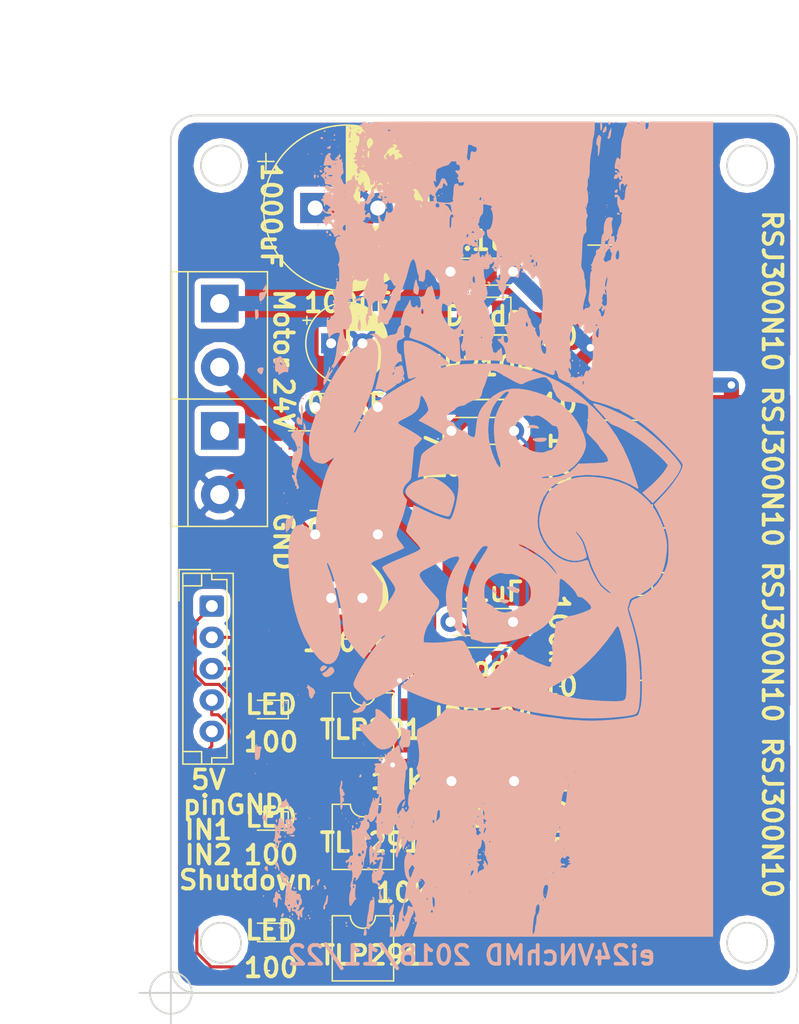
<source format=kicad_pcb>
(kicad_pcb (version 20171130) (host pcbnew 5.0.1-33cea8e~68~ubuntu16.04.1)
  (layers (0 F.Cu signal) (31 B.Cu signal) (34 B.Paste user) (35 F.Paste user) (36 B.SilkS user) (37 F.SilkS user) (38 B.Mask user) (39 F.Mask user) (44 Edge.Cuts user))
  (net 0 "")
  (net 1 GND)
  (net 2 24V)
  (net 3 "Net-(C3-Pad1)")
  (net 4 Motor1)
  (net 5 "Net-(C6-Pad1)")
  (net 6 "Net-(C8-Pad1)")
  (net 7 Motor2)
  (net 8 "Net-(D3-Pad1)")
  (net 9 "Net-(D3-Pad2)")
  (net 10 "Net-(D4-Pad2)")
  (net 11 "Net-(D4-Pad1)")
  (net 12 "Net-(D5-Pad1)")
  (net 13 "Net-(D5-Pad2)")
  (net 14 5V)
  (net 15 PINGND)
  (net 16 IN1)
  (net 17 IN2)
  (net 18 ShutDown)
  (net 19 "Net-(Q1-Pad1)")
  (net 20 "Net-(Q2-Pad1)")
  (net 21 "Net-(Q3-Pad1)")
  (net 22 "Net-(Q4-Pad1)")
  (net 23 "Net-(R10-Pad2)")
  (net 24 "Net-(R11-Pad2)")
  (net 25 "Net-(R12-Pad2)")
  (net 26 "Net-(R13-Pad2)")
  (net 27 "Net-(R14-Pad2)")
  (net 28 "Net-(R19-Pad2)")
  (net 29 "Net-(R20-Pad2)")
  (module Capacitor_THT:CP_Radial_D6.3mm_P2.50mm (layer F.Cu) (at 137.795 83.185)
    (fp_text reference C1 (at 1.25 -4.4) (layer F.SilkS) (effects (font (size 0 0))))
    (fp_text value 100uF)
    (pad 2 thru_hole circle (at 2.5 0) (size 1.6 1.6) (drill 0.8) (layers *.Cu *.Mask) (net 1 GND))
    (pad 1 thru_hole rect (at 0 0) (size 1.6 1.6) (drill 0.8) (layers *.Cu *.Mask) (net 2 24V))
  )
  (module Capacitor_THT:C_Disc_D4.3mm_W1.9mm_P5.00mm (layer F.Cu) (at 136.525 88.265)
    (fp_text reference C2 (at 2.5 -2.2) (layer F.SilkS) (effects (font (size 0 0))))
    (fp_text value 0.1uF)
    (pad 2 thru_hole circle (at 5 0) (size 1.6 1.6) (drill 0.8) (layers *.Cu *.Mask) (net 1 GND))
    (pad 1 thru_hole circle (at 0 0) (size 1.6 1.6) (drill 0.8) (layers *.Cu *.Mask) (net 2 24V))
  )
  (module Capacitor_THT:C_Disc_D4.3mm_W1.9mm_P5.00mm (layer F.Cu) (at 136.525 98.425)
    (fp_text reference C3 (at 2.5 -2.2) (layer F.SilkS) (effects (font (size 0 0))))
    (fp_text value 0.1uF)
    (pad 1 thru_hole circle (at 0 0) (size 1.6 1.6) (drill 0.8) (layers *.Cu *.Mask) (net 3 "Net-(C3-Pad1)"))
    (pad 2 thru_hole circle (at 5 0) (size 1.6 1.6) (drill 0.8) (layers *.Cu *.Mask) (net 1 GND))
  )
  (module Capacitor_THT:CP_Radial_D6.3mm_P2.50mm (layer F.Cu) (at 137.795 103.505)
    (fp_text reference C4 (at 1.25 -4.4) (layer F.SilkS) (effects (font (size 0 0))))
    (fp_text value 100uF)
    (pad 1 thru_hole rect (at 0 0) (size 1.6 1.6) (drill 0.8) (layers *.Cu *.Mask) (net 3 "Net-(C3-Pad1)"))
    (pad 2 thru_hole circle (at 2.5 0) (size 1.6 1.6) (drill 0.8) (layers *.Cu *.Mask) (net 1 GND))
  )
  (module Capacitor_THT:C_Disc_D4.3mm_W1.9mm_P5.00mm (layer F.Cu) (at 152.4 90.17 180)
    (fp_text reference C5 (at 2.5 -2.2 180) (layer F.SilkS) (effects (font (size 0 0))))
    (fp_text value 10uF)
    (pad 1 thru_hole circle (at 0 0 180) (size 1.6 1.6) (drill 0.8) (layers *.Cu *.Mask) (net 3 "Net-(C3-Pad1)"))
    (pad 2 thru_hole circle (at 5 0 180) (size 1.6 1.6) (drill 0.8) (layers *.Cu *.Mask) (net 1 GND))
  )
  (module Capacitor_THT:C_Disc_D4.3mm_W1.9mm_P5.00mm (layer F.Cu) (at 147.32 77.47)
    (fp_text reference C6 (at 2.5 -2.2) (layer F.SilkS) (effects (font (size 0 0))))
    (fp_text value 10uF)
    (pad 2 thru_hole circle (at 5 0) (size 1.6 1.6) (drill 0.8) (layers *.Cu *.Mask) (net 4 Motor1))
    (pad 1 thru_hole circle (at 0 0) (size 1.6 1.6) (drill 0.8) (layers *.Cu *.Mask) (net 5 "Net-(C6-Pad1)"))
  )
  (module Capacitor_THT:CP_Radial_D13.0mm_P5.00mm (layer F.Cu) (at 136.525 72.39)
    (fp_text reference C7 (at 2.5 -7.75) (layer F.SilkS) (effects (font (size 0 0))))
    (fp_text value 1000uF)
    (pad 1 thru_hole rect (at 0 0) (size 2.4 2.4) (drill 1.2) (layers *.Cu *.Mask) (net 2 24V))
    (pad 2 thru_hole circle (at 5 0) (size 2.4 2.4) (drill 1.2) (layers *.Cu *.Mask) (net 1 GND))
  )
  (module Capacitor_THT:C_Disc_D4.3mm_W1.9mm_P5.00mm (layer F.Cu) (at 147.32 105.41)
    (fp_text reference C8 (at 2.5 -2.2) (layer F.SilkS) (effects (font (size 0 0))))
    (fp_text value 10uF)
    (pad 1 thru_hole circle (at 0 0) (size 1.6 1.6) (drill 0.8) (layers *.Cu *.Mask) (net 6 "Net-(C8-Pad1)"))
    (pad 2 thru_hole circle (at 5 0) (size 1.6 1.6) (drill 0.8) (layers *.Cu *.Mask) (net 7 Motor2))
  )
  (module Capacitor_THT:C_Disc_D4.3mm_W1.9mm_P5.00mm (layer F.Cu) (at 152.4 118.11 180)
    (fp_text reference C9 (at 2.5 -2.2 180) (layer F.SilkS) (effects (font (size 0 0))))
    (fp_text value 10uF)
    (pad 2 thru_hole circle (at 5 0 180) (size 1.6 1.6) (drill 0.8) (layers *.Cu *.Mask) (net 1 GND))
    (pad 1 thru_hole circle (at 0 0 180) (size 1.6 1.6) (drill 0.8) (layers *.Cu *.Mask) (net 3 "Net-(C3-Pad1)"))
  )
  (module Diode_SMD:D_1206_3216Metric (layer F.Cu) (at 149.86 80.645 180)
    (fp_text reference D1 (at 0 -1.82 180) (layer F.SilkS) (effects (font (size 0 0))))
    (fp_text value D)
    (pad 1 smd roundrect (at -1.4 0 180) (size 1.25 1.75) (layers F.Cu F.Paste F.Mask) (roundrect_rratio 0.2) (net 5 "Net-(C6-Pad1)"))
    (pad 2 smd roundrect (at 1.4 0 180) (size 1.25 1.75) (layers F.Cu F.Paste F.Mask) (roundrect_rratio 0.2) (net 3 "Net-(C3-Pad1)"))
  )
  (module Diode_SMD:D_1206_3216Metric (layer F.Cu) (at 149.86 108.585 180)
    (fp_text reference D2 (at 0 -1.82 180) (layer F.SilkS) (effects (font (size 0 0))))
    (fp_text value D)
    (pad 2 smd roundrect (at 1.4 0 180) (size 1.25 1.75) (layers F.Cu F.Paste F.Mask) (roundrect_rratio 0.2) (net 3 "Net-(C3-Pad1)"))
    (pad 1 smd roundrect (at -1.4 0 180) (size 1.25 1.75) (layers F.Cu F.Paste F.Mask) (roundrect_rratio 0.2) (net 6 "Net-(C8-Pad1)"))
  )
  (module LED_SMD:LED_0603_1608Metric_Pad1.05x0.95mm_HandSolder (layer F.Cu) (at 132.715 112.395 180)
    (fp_text reference D3 (at 0 -1.43 180) (layer F.SilkS) (effects (font (size 0 0))))
    (fp_text value LED)
    (pad 1 smd roundrect (at -0.875 0 180) (size 1.05 0.95) (layers F.Cu F.Paste F.Mask) (net 8 "Net-(D3-Pad1)"))
    (pad 2 smd roundrect (at 0.875 0 180) (size 1.05 0.95) (layers F.Cu F.Paste F.Mask) (net 9 "Net-(D3-Pad2)"))
  )
  (module LED_SMD:LED_0603_1608Metric_Pad1.05x0.95mm_HandSolder (layer F.Cu) (at 132.715 121.285 180)
    (fp_text reference D4 (at 0 -1.43 180) (layer F.SilkS) (effects (font (size 0 0))))
    (fp_text value LED)
    (pad 2 smd roundrect (at 0.875 0 180) (size 1.05 0.95) (layers F.Cu F.Paste F.Mask) (net 10 "Net-(D4-Pad2)"))
    (pad 1 smd roundrect (at -0.875 0 180) (size 1.05 0.95) (layers F.Cu F.Paste F.Mask) (net 11 "Net-(D4-Pad1)"))
  )
  (module LED_SMD:LED_0603_1608Metric_Pad1.05x0.95mm_HandSolder (layer F.Cu) (at 132.715 130.175 180)
    (fp_text reference D5 (at 0 -1.43 180) (layer F.SilkS) (effects (font (size 0 0))))
    (fp_text value LED)
    (pad 1 smd roundrect (at -0.875 0 180) (size 1.05 0.95) (layers F.Cu F.Paste F.Mask) (net 12 "Net-(D5-Pad1)"))
    (pad 2 smd roundrect (at 0.875 0 180) (size 1.05 0.95) (layers F.Cu F.Paste F.Mask) (net 13 "Net-(D5-Pad2)"))
  )
  (module TerminalBlock:TerminalBlock_bornier-2_P5.08mm (layer F.Cu) (at 128.905 90.17 270)
    (fp_text reference J1 (at 2.54 -5.08 270) (layer F.SilkS) (effects (font (size 0 0))))
    (fp_text value Vs)
    (pad 1 thru_hole rect (at 0 0 270) (size 3 3) (drill 1.52) (layers *.Cu *.Mask) (net 2 24V))
    (pad 2 thru_hole circle (at 5.08 0 270) (size 3 3) (drill 1.52) (layers *.Cu *.Mask) (net 1 GND))
  )
  (module TerminalBlock:TerminalBlock_bornier-2_P5.08mm (layer F.Cu) (at 128.905 80.01 270)
    (fp_text reference J2 (at 2.54 -5.08 270) (layer F.SilkS) (effects (font (size 0 0))))
    (fp_text value Motors)
    (pad 2 thru_hole circle (at 5.08 0 270) (size 3 3) (drill 1.52) (layers *.Cu *.Mask) (net 7 Motor2))
    (pad 1 thru_hole rect (at 0 0 270) (size 3 3) (drill 1.52) (layers *.Cu *.Mask) (net 4 Motor1))
  )
  (module Connector_JST:JST_EH_B05B-EH-A_1x05_P2.50mm_Vertical (layer F.Cu) (at 128.27 104.14 270)
    (fp_text reference J3 (at 5 -2.8 270) (layer F.SilkS) (effects (font (size 0 0))))
    (fp_text value VccAndIN)
    (pad 1 thru_hole roundrect (at 0 0 270) (size 1.7 1.95) (drill 0.95) (layers *.Cu *.Mask) (roundrect_rratio 0.147059) (net 14 5V))
    (pad 2 thru_hole oval (at 2.5 0 270) (size 1.7 1.95) (drill 0.95) (layers *.Cu *.Mask) (net 15 PINGND))
    (pad 3 thru_hole oval (at 5 0 270) (size 1.7 1.95) (drill 0.95) (layers *.Cu *.Mask) (net 16 IN1))
    (pad 4 thru_hole oval (at 7.5 0 270) (size 1.7 1.95) (drill 0.95) (layers *.Cu *.Mask) (net 17 IN2))
    (pad 5 thru_hole oval (at 10 0 270) (size 1.7 1.95) (drill 0.95) (layers *.Cu *.Mask) (net 18 ShutDown))
  )
  (module Package_TO_SOT_SMD:TO-263-2 (layer F.Cu) (at 166.37 78.74)
    (fp_text reference Q1 (at 0 -6.65) (layer F.SilkS) (effects (font (size 0 0))))
    (fp_text value BSJ300N10)
    (pad 1 smd rect (at -5.775 -2.54) (size 4.6 1.1) (layers F.Cu F.Paste F.Mask) (net 19 "Net-(Q1-Pad1)"))
    (pad 3 smd rect (at -5.775 2.54) (size 4.6 1.1) (layers F.Cu F.Paste F.Mask) (net 4 Motor1))
    (pad 2 smd rect (at 3.375 0) (size 9.4 10.8) (layers F.Cu F.Mask) (net 2 24V))
  )
  (module Package_TO_SOT_SMD:TO-263-2 (layer F.Cu) (at 166.37 92.71)
    (fp_text reference Q2 (at 0 -6.65) (layer F.SilkS) (effects (font (size 0 0))))
    (fp_text value BSJ300N10)
    (pad 1 smd rect (at -5.775 -2.54) (size 4.6 1.1) (layers F.Cu F.Paste F.Mask) (net 20 "Net-(Q2-Pad1)"))
    (pad 3 smd rect (at -5.775 2.54) (size 4.6 1.1) (layers F.Cu F.Paste F.Mask) (net 1 GND))
    (pad 2 smd rect (at 3.375 0) (size 9.4 10.8) (layers F.Cu F.Mask) (net 4 Motor1))
  )
  (module Package_TO_SOT_SMD:TO-263-2 (layer F.Cu) (at 166.37 106.68)
    (fp_text reference Q3 (at 0 -6.65) (layer F.SilkS) (effects (font (size 0 0))))
    (fp_text value BSJ300N10)
    (pad 2 smd rect (at 3.375 0) (size 9.4 10.8) (layers F.Cu F.Mask) (net 2 24V))
    (pad 3 smd rect (at -5.775 2.54) (size 4.6 1.1) (layers F.Cu F.Paste F.Mask) (net 7 Motor2))
    (pad 1 smd rect (at -5.775 -2.54) (size 4.6 1.1) (layers F.Cu F.Paste F.Mask) (net 21 "Net-(Q3-Pad1)"))
  )
  (module Package_TO_SOT_SMD:TO-263-2 (layer F.Cu) (at 166.37 120.65)
    (fp_text reference Q4 (at 0 -6.65) (layer F.SilkS) (effects (font (size 0 0))))
    (fp_text value BSJ300N10)
    (pad 2 smd rect (at 3.375 0) (size 9.4 10.8) (layers F.Cu F.Mask) (net 7 Motor2))
    (pad 3 smd rect (at -5.775 2.54) (size 4.6 1.1) (layers F.Cu F.Paste F.Mask) (net 1 GND))
    (pad 1 smd rect (at -5.775 -2.54) (size 4.6 1.1) (layers F.Cu F.Paste F.Mask) (net 22 "Net-(Q4-Pad1)"))
  )
  (module Resistor_SMD:R_0603_1608Metric_Pad1.05x0.95mm_HandSolder (layer F.Cu) (at 132.715 114.935 180)
    (fp_text reference R1 (at 0 -1.43 180) (layer F.SilkS) (effects (font (size 0 0))))
    (fp_text value 100)
    (pad 1 smd roundrect (at -0.875 0 180) (size 1.05 0.95) (layers F.Cu F.Paste F.Mask) (net 9 "Net-(D3-Pad2)"))
    (pad 2 smd roundrect (at 0.875 0 180) (size 1.05 0.95) (layers F.Cu F.Paste F.Mask) (net 14 5V))
  )
  (module Resistor_SMD:R_0603_1608Metric_Pad1.05x0.95mm_HandSolder (layer F.Cu) (at 132.715 123.825 180)
    (fp_text reference R2 (at 0 -1.43 180) (layer F.SilkS) (effects (font (size 0 0))))
    (fp_text value 100)
    (pad 2 smd roundrect (at 0.875 0 180) (size 1.05 0.95) (layers F.Cu F.Paste F.Mask) (net 14 5V))
    (pad 1 smd roundrect (at -0.875 0 180) (size 1.05 0.95) (layers F.Cu F.Paste F.Mask) (net 10 "Net-(D4-Pad2)"))
  )
  (module Resistor_SMD:R_0603_1608Metric_Pad1.05x0.95mm_HandSolder (layer F.Cu) (at 132.715 132.715 180)
    (fp_text reference R3 (at 0 -1.43 180) (layer F.SilkS) (effects (font (size 0 0))))
    (fp_text value 100)
    (pad 1 smd roundrect (at -0.875 0 180) (size 1.05 0.95) (layers F.Cu F.Paste F.Mask) (net 13 "Net-(D5-Pad2)"))
    (pad 2 smd roundrect (at 0.875 0 180) (size 1.05 0.95) (layers F.Cu F.Paste F.Mask) (net 18 ShutDown))
  )
  (module Resistor_SMD:R_0603_1608Metric_Pad1.05x0.95mm_HandSolder (layer F.Cu) (at 143.27 109.22)
    (fp_text reference R10 (at 0 -1.43) (layer F.SilkS) (effects (font (size 0 0))))
    (fp_text value 10k)
    (pad 1 smd roundrect (at -0.875 0) (size 1.05 0.95) (layers F.Cu F.Paste F.Mask) (net 3 "Net-(C3-Pad1)"))
    (pad 2 smd roundrect (at 0.875 0) (size 1.05 0.95) (layers F.Cu F.Paste F.Mask) (net 23 "Net-(R10-Pad2)"))
  )
  (module Resistor_SMD:R_0603_1608Metric_Pad1.05x0.95mm_HandSolder (layer F.Cu) (at 143.27 118.11)
    (fp_text reference R11 (at 0 -1.43) (layer F.SilkS) (effects (font (size 0 0))))
    (fp_text value 10k)
    (pad 1 smd roundrect (at -0.875 0) (size 1.05 0.95) (layers F.Cu F.Paste F.Mask) (net 3 "Net-(C3-Pad1)"))
    (pad 2 smd roundrect (at 0.875 0) (size 1.05 0.95) (layers F.Cu F.Paste F.Mask) (net 24 "Net-(R11-Pad2)"))
  )
  (module Resistor_SMD:R_0603_1608Metric_Pad1.05x0.95mm_HandSolder (layer F.Cu) (at 143.27 127)
    (fp_text reference R12 (at 0 -1.43) (layer F.SilkS) (effects (font (size 0 0))))
    (fp_text value 10k)
    (pad 2 smd roundrect (at 0.875 0) (size 1.05 0.95) (layers F.Cu F.Paste F.Mask) (net 25 "Net-(R12-Pad2)"))
    (pad 1 smd roundrect (at -0.875 0) (size 1.05 0.95) (layers F.Cu F.Paste F.Mask) (net 3 "Net-(C3-Pad1)"))
  )
  (module Resistor_SMD:R_0603_1608Metric_Pad1.05x0.95mm_HandSolder (layer F.Cu) (at 156.21 83.1215 180)
    (fp_text reference R13 (at 0 -1.43 180) (layer F.SilkS) (effects (font (size 0 0))))
    (fp_text value 10)
    (pad 1 smd roundrect (at -0.875 0 180) (size 1.05 0.95) (layers F.Cu F.Paste F.Mask) (net 19 "Net-(Q1-Pad1)"))
    (pad 2 smd roundrect (at 0.875 0 180) (size 1.05 0.95) (layers F.Cu F.Paste F.Mask) (net 26 "Net-(R13-Pad2)"))
  )
  (module Resistor_SMD:R_0603_1608Metric_Pad1.05x0.95mm_HandSolder (layer F.Cu) (at 156.21 88.519 180)
    (fp_text reference R14 (at 0 -1.43 180) (layer F.SilkS) (effects (font (size 0 0))))
    (fp_text value 10)
    (pad 2 smd roundrect (at 0.875 0 180) (size 1.05 0.95) (layers F.Cu F.Paste F.Mask) (net 27 "Net-(R14-Pad2)"))
    (pad 1 smd roundrect (at -0.875 0 180) (size 1.05 0.95) (layers F.Cu F.Paste F.Mask) (net 20 "Net-(Q2-Pad1)"))
  )
  (module Resistor_SMD:R_0603_1608Metric_Pad1.05x0.95mm_HandSolder (layer F.Cu) (at 156.21 78.74 90)
    (fp_text reference R15 (at 0 -1.43 90) (layer F.SilkS) (effects (font (size 0 0))))
    (fp_text value 100k)
    (pad 2 smd roundrect (at 0.875 0 90) (size 1.05 0.95) (layers F.Cu F.Paste F.Mask) (net 19 "Net-(Q1-Pad1)"))
    (pad 1 smd roundrect (at -0.875 0 90) (size 1.05 0.95) (layers F.Cu F.Paste F.Mask) (net 4 Motor1))
  )
  (module Resistor_SMD:R_0603_1608Metric_Pad1.05x0.95mm_HandSolder (layer F.Cu) (at 156.21 92.71 90)
    (fp_text reference R16 (at 0 -1.43 90) (layer F.SilkS) (effects (font (size 0 0))))
    (fp_text value 100k)
    (pad 1 smd roundrect (at -0.875 0 90) (size 1.05 0.95) (layers F.Cu F.Paste F.Mask) (net 1 GND))
    (pad 2 smd roundrect (at 0.875 0 90) (size 1.05 0.95) (layers F.Cu F.Paste F.Mask) (net 20 "Net-(Q2-Pad1)"))
  )
  (module Resistor_SMD:R_0603_1608Metric_Pad1.05x0.95mm_HandSolder (layer F.Cu) (at 156.21 106.44 90)
    (fp_text reference R17 (at 0 -1.43 90) (layer F.SilkS) (effects (font (size 0 0))))
    (fp_text value 100k)
    (pad 2 smd roundrect (at 0.875 0 90) (size 1.05 0.95) (layers F.Cu F.Paste F.Mask) (net 21 "Net-(Q3-Pad1)"))
    (pad 1 smd roundrect (at -0.875 0 90) (size 1.05 0.95) (layers F.Cu F.Paste F.Mask) (net 7 Motor2))
  )
  (module Resistor_SMD:R_0603_1608Metric_Pad1.05x0.95mm_HandSolder (layer F.Cu) (at 156.21 120.65 90)
    (fp_text reference R18 (at 0 -1.43 90) (layer F.SilkS) (effects (font (size 0 0))))
    (fp_text value 100k)
    (pad 1 smd roundrect (at -0.875 0 90) (size 1.05 0.95) (layers F.Cu F.Paste F.Mask) (net 1 GND))
    (pad 2 smd roundrect (at 0.875 0 90) (size 1.05 0.95) (layers F.Cu F.Paste F.Mask) (net 22 "Net-(Q4-Pad1)"))
  )
  (module Resistor_SMD:R_0603_1608Metric_Pad1.05x0.95mm_HandSolder (layer F.Cu) (at 156.21 111.062 180)
    (fp_text reference R19 (at 0 -1.43 180) (layer F.SilkS) (effects (font (size 0 0))))
    (fp_text value 10)
    (pad 2 smd roundrect (at 0.875 0 180) (size 1.05 0.95) (layers F.Cu F.Paste F.Mask) (net 28 "Net-(R19-Pad2)"))
    (pad 1 smd roundrect (at -0.875 0 180) (size 1.05 0.95) (layers F.Cu F.Paste F.Mask) (net 21 "Net-(Q3-Pad1)"))
  )
  (module Resistor_SMD:R_0603_1608Metric_Pad1.05x0.95mm_HandSolder (layer F.Cu) (at 156.21 116.459 180)
    (fp_text reference R20 (at 0 -1.43 180) (layer F.SilkS) (effects (font (size 0 0))))
    (fp_text value 10)
    (pad 2 smd roundrect (at 0.875 0 180) (size 1.05 0.95) (layers F.Cu F.Paste F.Mask) (net 29 "Net-(R20-Pad2)"))
    (pad 1 smd roundrect (at -0.875 0 180) (size 1.05 0.95) (layers F.Cu F.Paste F.Mask) (net 22 "Net-(Q4-Pad1)"))
  )
  (module Package_TO_SOT_SMD:TO-252-2 (layer F.Cu) (at 139.7 93.345)
    (fp_text reference U1 (at 0 -4.5) (layer F.SilkS) (effects (font (size 0 0))))
    (fp_text value L7812)
    (pad 1 smd rect (at -4.2 -2.28) (size 2.2 1.2) (layers F.Cu F.Paste F.Mask) (net 2 24V))
    (pad 3 smd rect (at -4.2 2.28) (size 2.2 1.2) (layers F.Cu F.Paste F.Mask) (net 3 "Net-(C3-Pad1)"))
    (pad 2 smd rect (at 2.1 0) (size 6.4 5.8) (layers F.Cu F.Mask) (net 1 GND))
  )
  (module Package_DIP:SMDIP-4_W7.62mm (layer F.Cu) (at 140.335 113.665)
    (fp_text reference U2 (at 0 -3.6) (layer F.SilkS) (effects (font (size 0 0))))
    (fp_text value TLP291)
    (pad 1 smd rect (at -3.81 -1.27) (size 2 1.78) (layers F.Cu F.Paste F.Mask) (net 8 "Net-(D3-Pad1)"))
    (pad 3 smd rect (at 3.81 1.27) (size 2 1.78) (layers F.Cu F.Paste F.Mask) (net 1 GND))
    (pad 2 smd rect (at -3.81 1.27) (size 2 1.78) (layers F.Cu F.Paste F.Mask) (net 16 IN1))
    (pad 4 smd rect (at 3.81 -1.27) (size 2 1.78) (layers F.Cu F.Paste F.Mask) (net 23 "Net-(R10-Pad2)"))
  )
  (module Package_DIP:SMDIP-4_W7.62mm (layer F.Cu) (at 140.335 122.555)
    (fp_text reference U3 (at 0 -3.6) (layer F.SilkS) (effects (font (size 0 0))))
    (fp_text value TLP291)
    (pad 4 smd rect (at 3.81 -1.27) (size 2 1.78) (layers F.Cu F.Paste F.Mask) (net 24 "Net-(R11-Pad2)"))
    (pad 2 smd rect (at -3.81 1.27) (size 2 1.78) (layers F.Cu F.Paste F.Mask) (net 17 IN2))
    (pad 3 smd rect (at 3.81 1.27) (size 2 1.78) (layers F.Cu F.Paste F.Mask) (net 1 GND))
    (pad 1 smd rect (at -3.81 -1.27) (size 2 1.78) (layers F.Cu F.Paste F.Mask) (net 11 "Net-(D4-Pad1)"))
  )
  (module Package_DIP:SMDIP-4_W7.62mm (layer F.Cu) (at 140.335 131.445)
    (fp_text reference U4 (at 0 -3.6) (layer F.SilkS) (effects (font (size 0 0))))
    (fp_text value TLP291)
    (pad 1 smd rect (at -3.81 -1.27) (size 2 1.78) (layers F.Cu F.Paste F.Mask) (net 12 "Net-(D5-Pad1)"))
    (pad 3 smd rect (at 3.81 1.27) (size 2 1.78) (layers F.Cu F.Paste F.Mask) (net 1 GND))
    (pad 2 smd rect (at -3.81 1.27) (size 2 1.78) (layers F.Cu F.Paste F.Mask) (net 15 PINGND))
    (pad 4 smd rect (at 3.81 -1.27) (size 2 1.78) (layers F.Cu F.Paste F.Mask) (net 25 "Net-(R12-Pad2)"))
  )
  (module Package_SO:SOIC-8_3.9x4.9mm_P1.27mm (layer F.Cu) (at 149.86 85.09)
    (fp_text reference U5 (at 0 -3.5) (layer F.SilkS) (effects (font (size 0 0))))
    (fp_text value IR2104)
    (pad 1 smd rect (at -2.7 -1.905) (size 1.55 0.6) (layers F.Cu F.Paste F.Mask) (net 3 "Net-(C3-Pad1)"))
    (pad 2 smd rect (at -2.7 -0.635) (size 1.55 0.6) (layers F.Cu F.Paste F.Mask) (net 23 "Net-(R10-Pad2)"))
    (pad 3 smd rect (at -2.7 0.635) (size 1.55 0.6) (layers F.Cu F.Paste F.Mask) (net 25 "Net-(R12-Pad2)"))
    (pad 4 smd rect (at -2.7 1.905) (size 1.55 0.6) (layers F.Cu F.Paste F.Mask) (net 1 GND))
    (pad 5 smd rect (at 2.7 1.905) (size 1.55 0.6) (layers F.Cu F.Paste F.Mask) (net 27 "Net-(R14-Pad2)"))
    (pad 6 smd rect (at 2.7 0.635) (size 1.55 0.6) (layers F.Cu F.Paste F.Mask) (net 4 Motor1))
    (pad 7 smd rect (at 2.7 -0.635) (size 1.55 0.6) (layers F.Cu F.Paste F.Mask) (net 26 "Net-(R13-Pad2)"))
    (pad 8 smd rect (at 2.7 -1.905) (size 1.55 0.6) (layers F.Cu F.Paste F.Mask) (net 5 "Net-(C6-Pad1)"))
  )
  (module Package_SO:SOIC-8_3.9x4.9mm_P1.27mm (layer F.Cu) (at 149.86 113.03)
    (fp_text reference U6 (at 0 -3.5) (layer F.SilkS) (effects (font (size 0 0))))
    (fp_text value IR2104)
    (pad 8 smd rect (at 2.7 -1.905) (size 1.55 0.6) (layers F.Cu F.Paste F.Mask) (net 6 "Net-(C8-Pad1)"))
    (pad 7 smd rect (at 2.7 -0.635) (size 1.55 0.6) (layers F.Cu F.Paste F.Mask) (net 28 "Net-(R19-Pad2)"))
    (pad 6 smd rect (at 2.7 0.635) (size 1.55 0.6) (layers F.Cu F.Paste F.Mask) (net 7 Motor2))
    (pad 5 smd rect (at 2.7 1.905) (size 1.55 0.6) (layers F.Cu F.Paste F.Mask) (net 29 "Net-(R20-Pad2)"))
    (pad 4 smd rect (at -2.7 1.905) (size 1.55 0.6) (layers F.Cu F.Paste F.Mask) (net 1 GND))
    (pad 3 smd rect (at -2.7 0.635) (size 1.55 0.6) (layers F.Cu F.Paste F.Mask) (net 25 "Net-(R12-Pad2)"))
    (pad 2 smd rect (at -2.7 -0.635) (size 1.55 0.6) (layers F.Cu F.Paste F.Mask) (net 24 "Net-(R11-Pad2)"))
    (pad 1 smd rect (at -2.7 -1.905) (size 1.55 0.6) (layers F.Cu F.Paste F.Mask) (net 3 "Net-(C3-Pad1)"))
  )
  (module purin:LOGO (layer B.Cu) (at 150 98 90)
    (fp_text reference G*** hide)
    (fp_text value LOGO hide)
  )
  (gr_text "ei24VNchMD 2018/11/22\n" (at 149 132) (layer B.SilkS) (effects (font (size 1.5 1.5) (thickness 0.3)) (justify mirror)))
  (gr_text 7812 (at 146 93 270) (layer F.SilkS) (effects (font (size 1.5 1.5) (thickness 0.3))))
  (gr_text Motor (at 134 82 270) (layer F.SilkS) (effects (font (size 1.5 1.5) (thickness 0.3))))
  (gr_text 100uF (at 139 107) (layer F.SilkS) (effects (font (size 1.5 1.5) (thickness 0.3))))
  (gr_text 100uF (at 139.125 79.955) (layer F.SilkS) (effects (font (size 1.5 1.5) (thickness 0.3))))
  (gr_text Shutdown (at 131 126) (layer F.SilkS) (effects (font (size 1.5 1.5) (thickness 0.3))))
  (gr_text "IN2\n" (at 128 124) (layer F.SilkS) (effects (font (size 1.5 1.5) (thickness 0.3))))
  (gr_text IN1 (at 128 122) (layer F.SilkS) (effects (font (size 1.5 1.5) (thickness 0.3))))
  (gr_text 5V (at 128 118) (layer F.SilkS) (effects (font (size 1.5 1.5) (thickness 0.3))))
  (gr_text pinGND (at 130 120) (layer F.SilkS) (effects (font (size 1.5 1.5) (thickness 0.3))))
  (gr_text LED (at 133 130) (layer F.SilkS) (effects (font (size 1.5 1.5) (thickness 0.3))))
  (gr_text LED (at 133 112) (layer F.SilkS) (effects (font (size 1.5 1.5) (thickness 0.3))))
  (gr_text LED (at 133 121) (layer F.SilkS) (effects (font (size 1.5 1.5) (thickness 0.3))))
  (gr_text 10k (at 143.441267 127) (layer F.SilkS) (effects (font (size 1.5 1.5) (thickness 0.3))))
  (gr_text 10k (at 143 118) (layer F.SilkS) (effects (font (size 1.5 1.5) (thickness 0.3))))
  (gr_text 10k (at 143 109) (layer F.SilkS) (effects (font (size 1.5 1.5) (thickness 0.3))))
  (gr_text Diode (at 150 81) (layer F.SilkS) (effects (font (size 1.5 1.5) (thickness 0.3))))
  (gr_text Diode (at 150 109) (layer F.SilkS) (effects (font (size 1.5 1.5) (thickness 0.3))))
  (gr_text 10 (at 156.038733 115.949) (layer F.SilkS) (effects (font (size 1.5 1.5) (thickness 0.3))))
  (gr_text 10 (at 156.038733 110.552) (layer F.SilkS) (effects (font (size 1.5 1.5) (thickness 0.3))))
  (gr_text 10 (at 156 88) (layer F.SilkS) (effects (font (size 1.5 1.5) (thickness 0.3))))
  (gr_text 10 (at 156.038733 82.6115) (layer F.SilkS) (effects (font (size 1.5 1.5) (thickness 0.3))))
  (gr_text 100k (at 155.7 120.821267 270) (layer F.SilkS) (effects (font (size 1.5 1.5) (thickness 0.3))))
  (gr_text 100k (at 156 106 270) (layer F.SilkS) (effects (font (size 1.5 1.5) (thickness 0.3))))
  (gr_text 100k (at 156 78 270) (layer F.SilkS) (effects (font (size 1.5 1.5) (thickness 0.3))))
  (gr_text 100k (at 156 93 270) (layer F.SilkS) (effects (font (size 1.5 1.5) (thickness 0.3))))
  (gr_text IR2104 (at 150 113) (layer F.SilkS) (effects (font (size 1.5 1.5) (thickness 0.3))))
  (gr_text IR2104 (at 150 85) (layer F.SilkS) (effects (font (size 1.5 1.5) (thickness 0.3))))
  (gr_text TLP291 (at 141 132) (layer F.SilkS) (effects (font (size 1.5 1.5) (thickness 0.3))))
  (gr_text TLP291 (at 141 123) (layer F.SilkS) (effects (font (size 1.5 1.5) (thickness 0.3))))
  (gr_text TLP291 (at 141 114) (layer F.SilkS) (effects (font (size 1.5 1.5) (thickness 0.3))))
  (gr_text 0.1uF (at 150 75) (layer F.SilkS) (effects (font (size 1.5 1.5) (thickness 0.3))))
  (gr_text 0.1uF (at 139 88) (layer F.SilkS) (effects (font (size 1.5 1.5) (thickness 0.3))))
  (gr_text 0.1uF (at 150 93) (layer F.SilkS) (effects (font (size 1.5 1.5) (thickness 0.3))))
  (gr_text 0.1uF (at 139 98) (layer F.SilkS) (effects (font (size 1.5 1.5) (thickness 0.3))))
  (gr_text 0.1uF (at 150 103) (layer F.SilkS) (effects (font (size 1.5 1.5) (thickness 0.3))))
  (gr_text 0.1uF (at 150 121) (layer F.SilkS) (effects (font (size 1.5 1.5) (thickness 0.3))))
  (gr_text 100 (at 133 133) (layer F.SilkS) (effects (font (size 1.5 1.5) (thickness 0.3))))
  (gr_text 100 (at 133 124) (layer F.SilkS) (effects (font (size 1.5 1.5) (thickness 0.3))))
  (gr_text 100 (at 133 115) (layer F.SilkS) (effects (font (size 1.5 1.5) (thickness 0.3))))
  (gr_text "RSJ300N10\n" (at 173 93 270) (layer F.SilkS) (effects (font (size 1.5 1.5) (thickness 0.3))))
  (gr_text "RSJ300N10\n" (at 173 107 270) (layer F.SilkS) (effects (font (size 1.5 1.5) (thickness 0.3))))
  (gr_text "RSJ300N10\n" (at 173 121 270) (layer F.SilkS) (effects (font (size 1.5 1.5) (thickness 0.3))))
  (gr_text "RSJ300N10\n" (at 173 79 270) (layer F.SilkS) (effects (font (size 1.5 1.5) (thickness 0.3))))
  (gr_text "1000uF\n" (at 133 73 270) (layer F.SilkS) (effects (font (size 1.5 1.5) (thickness 0.3))))
  (gr_text GND (at 134 99 270) (layer F.SilkS) (effects (font (size 1.5 1.5) (thickness 0.3))))
  (gr_text 24V (at 134 88 270) (layer F.SilkS) (effects (font (size 1.5 1.5) (thickness 0.3))))
  (gr_circle (center 129 69) (end 129 70.6) (layer Edge.Cuts) (width 0.15))
  (gr_circle (center 129 131) (end 129 132.6) (layer Edge.Cuts) (width 0.15))
  (gr_circle (center 171 131) (end 172.6 131) (layer Edge.Cuts) (width 0.15))
  (gr_circle (center 171 69) (end 172.6 69) (layer Edge.Cuts) (width 0.15))
  (target plus (at 125 135) (size 5) (width 0.15) (layer Edge.Cuts))
  (gr_arc (start 127 67) (end 127 65) (angle -90) (layer Edge.Cuts) (width 0.15))
  (gr_arc (start 173 67) (end 175 67) (angle -90) (layer Edge.Cuts) (width 0.15))
  (gr_arc (start 173 133) (end 173 135) (angle -90) (layer Edge.Cuts) (width 0.15))
  (gr_arc (start 127 133) (end 125 133) (angle -90) (layer Edge.Cuts) (width 0.15))
  (gr_line (start 173 135) (end 127 135) (layer Edge.Cuts) (width 0.15))
  (gr_line (start 175 67) (end 175 133) (layer Edge.Cuts) (width 0.15))
  (gr_line (start 127 65) (end 173 65) (layer Edge.Cuts) (width 0.15))
  (gr_line (start 125 133) (end 125 67) (layer Edge.Cuts) (width 0.15))
  (segment (start 140.295 103.505) (end 140.295 112.8853) (width 1.2) (layer F.Cu) (net 1))
  (segment (start 140.295 112.8853) (end 142.3447 114.935) (width 1.2) (layer F.Cu) (net 1))
  (segment (start 141.525 94.2046) (end 129.9504 94.2046) (width 1.2) (layer F.Cu) (net 1))
  (segment (start 129.9504 94.2046) (end 128.905 95.25) (width 1.2) (layer F.Cu) (net 1))
  (segment (start 141.8 93.345) (end 141.8 93.9296) (width 1.2) (layer F.Cu) (net 1))
  (segment (start 141.8 93.9296) (end 141.525 94.2046) (width 1.2) (layer F.Cu) (net 1))
  (segment (start 141.525 98.425) (end 141.525 94.2046) (width 1.2) (layer F.Cu) (net 1))
  (segment (start 140.295 103.505) (end 140.295 99.655) (width 1.2) (layer F.Cu) (net 1))
  (segment (start 140.295 99.655) (end 141.525 98.425) (width 1.2) (layer F.Cu) (net 1))
  (segment (start 148.7353 88.8347) (end 147.4 90.17) (width 1.2) (layer F.Cu) (net 1))
  (segment (start 148.7353 86.995) (end 148.7353 88.8347) (width 1.2) (layer F.Cu) (net 1))
  (segment (start 148.7353 88.8347) (end 153.4856 93.585) (width 1.2) (layer F.Cu) (net 1))
  (segment (start 153.4856 93.585) (end 156.21 93.585) (width 1.2) (layer F.Cu) (net 1))
  (segment (start 150.815 121.525) (end 147.4 118.11) (width 1.2) (layer F.Cu) (net 1))
  (segment (start 156.21 121.525) (end 150.815 121.525) (width 1.2) (layer F.Cu) (net 1))
  (segment (start 150.815 121.525) (end 150.815 127.8453) (width 1.2) (layer F.Cu) (net 1))
  (segment (start 150.815 127.8453) (end 145.9453 132.715) (width 1.2) (layer F.Cu) (net 1))
  (segment (start 147.16 114.935) (end 148.7353 114.935) (width 1.2) (layer F.Cu) (net 1))
  (segment (start 148.7353 114.935) (end 148.7353 116.7747) (width 1.2) (layer F.Cu) (net 1))
  (segment (start 148.7353 116.7747) (end 147.4 118.11) (width 1.2) (layer F.Cu) (net 1))
  (segment (start 144.145 132.715) (end 145.9453 132.715) (width 1.2) (layer F.Cu) (net 1))
  (segment (start 142.3447 114.935) (end 141.0201 116.2596) (width 1.2) (layer F.Cu) (net 1))
  (segment (start 141.0201 116.2596) (end 141.0201 123.825) (width 1.2) (layer F.Cu) (net 1))
  (segment (start 140.295 84.7854) (end 140.295 83.185) (width 1.2) (layer F.Cu) (net 1))
  (segment (start 141.525 88.265) (end 140.295 87.035) (width 1.2) (layer F.Cu) (net 1))
  (segment (start 140.295 87.035) (end 140.295 84.7854) (width 1.2) (layer F.Cu) (net 1))
  (segment (start 141.525 72.39) (end 136.1946 77.7204) (width 1.2) (layer F.Cu) (net 1))
  (segment (start 136.1946 77.7204) (end 136.1946 84.324) (width 1.2) (layer F.Cu) (net 1))
  (segment (start 136.1946 84.324) (end 136.656 84.7854) (width 1.2) (layer F.Cu) (net 1))
  (segment (start 136.656 84.7854) (end 140.295 84.7854) (width 1.2) (layer F.Cu) (net 1))
  (segment (start 141.8 89.6447) (end 141.525 89.3697) (width 1.2) (layer F.Cu) (net 1))
  (segment (start 141.525 89.3697) (end 141.525 88.265) (width 1.2) (layer F.Cu) (net 1))
  (segment (start 147.4 90.17) (end 143.43 90.17) (width 1.2) (layer B.Cu) (net 1))
  (segment (start 143.43 90.17) (end 141.525 88.265) (width 1.2) (layer B.Cu) (net 1))
  (segment (start 156.21 93.585) (end 157.4947 94.8697) (width 1.2) (layer F.Cu) (net 1))
  (segment (start 157.4947 94.8697) (end 157.4947 95.25) (width 1.2) (layer F.Cu) (net 1))
  (segment (start 157.4947 123.19) (end 157.4947 122.8097) (width 1.2) (layer F.Cu) (net 1))
  (segment (start 157.4947 122.8097) (end 156.21 121.525) (width 1.2) (layer F.Cu) (net 1))
  (segment (start 160.595 95.25) (end 157.4947 95.25) (width 1.2) (layer F.Cu) (net 1))
  (segment (start 160.595 123.19) (end 157.4947 123.19) (width 1.2) (layer F.Cu) (net 1))
  (segment (start 141.8 93.345) (end 141.8 89.6447) (width 1.2) (layer F.Cu) (net 1))
  (segment (start 144.145 132.715) (end 142.3447 132.715) (width 1.2) (layer F.Cu) (net 1))
  (segment (start 142.3447 132.715) (end 141.0201 131.3904) (width 1.2) (layer F.Cu) (net 1))
  (segment (start 141.0201 131.3904) (end 141.0201 123.825) (width 1.2) (layer F.Cu) (net 1))
  (segment (start 142.3447 123.825) (end 141.0201 123.825) (width 1.2) (layer F.Cu) (net 1))
  (segment (start 144.145 114.935) (end 142.3447 114.935) (width 1.2) (layer F.Cu) (net 1))
  (segment (start 144.145 123.825) (end 142.3447 123.825) (width 1.2) (layer F.Cu) (net 1))
  (segment (start 147.16 86.995) (end 148.7353 86.995) (width 1.2) (layer F.Cu) (net 1))
  (segment (start 146.1855 74.7945) (end 163.2584 74.7945) (width 1.2) (layer F.Cu) (net 2))
  (segment (start 163.2584 74.7945) (end 164.2447 75.7808) (width 1.2) (layer F.Cu) (net 2))
  (segment (start 164.2447 75.7808) (end 164.2447 78.74) (width 1.2) (layer F.Cu) (net 2))
  (segment (start 137.795 83.185) (end 146.1855 74.7945) (width 1.2) (layer F.Cu) (net 2))
  (segment (start 146.1855 74.7945) (end 146.1855 74.1602) (width 1.2) (layer F.Cu) (net 2))
  (segment (start 146.1855 74.1602) (end 142.415 70.3897) (width 1.2) (layer F.Cu) (net 2))
  (segment (start 142.415 70.3897) (end 140.5256 70.3897) (width 1.2) (layer F.Cu) (net 2))
  (segment (start 140.5256 70.3897) (end 138.5253 72.39) (width 1.2) (layer F.Cu) (net 2))
  (segment (start 136.525 72.39) (end 138.5253 72.39) (width 1.2) (layer F.Cu) (net 2))
  (segment (start 128.905 90.17) (end 131.2053 90.17) (width 1.2) (layer F.Cu) (net 2))
  (segment (start 135.5 90.3648) (end 131.4001 90.3648) (width 1.2) (layer F.Cu) (net 2))
  (segment (start 131.4001 90.3648) (end 131.2053 90.17) (width 1.2) (layer F.Cu) (net 2))
  (segment (start 135.5 90.3648) (end 135.5 89.6647) (width 1.2) (layer F.Cu) (net 2))
  (segment (start 135.5 91.065) (end 135.5 90.3648) (width 1.2) (layer F.Cu) (net 2))
  (segment (start 169.745 106.68) (end 164.2447 101.1797) (width 1.2) (layer F.Cu) (net 2))
  (segment (start 164.2447 101.1797) (end 164.2447 78.74) (width 1.2) (layer F.Cu) (net 2))
  (segment (start 169.745 78.74) (end 164.2447 78.74) (width 1.2) (layer F.Cu) (net 2))
  (segment (start 136.525 88.265) (end 137.795 86.995) (width 1.2) (layer B.Cu) (net 2))
  (segment (start 137.795 86.995) (end 137.795 83.185) (width 1.2) (layer B.Cu) (net 2))
  (segment (start 135.5 89.6647) (end 136.525 88.6397) (width 1.2) (layer F.Cu) (net 2))
  (segment (start 136.525 88.6397) (end 136.525 88.265) (width 1.2) (layer F.Cu) (net 2))
  (segment (start 152.4 118.11) (end 149.8287 115.5387) (width 0.25) (layer F.Cu) (net 3))
  (segment (start 149.8287 115.5387) (end 149.8287 112.6934) (width 0.25) (layer F.Cu) (net 3))
  (segment (start 149.8287 112.6934) (end 148.2603 111.125) (width 0.25) (layer F.Cu) (net 3))
  (segment (start 147.16 111.125) (end 148.2603 111.125) (width 0.25) (layer F.Cu) (net 3))
  (segment (start 148.2603 111.125) (end 148.2603 108.7847) (width 0.25) (layer F.Cu) (net 3))
  (segment (start 148.2603 108.7847) (end 148.46 108.585) (width 0.25) (layer F.Cu) (net 3))
  (segment (start 148.2603 83.185) (end 149.8504 84.7751) (width 0.25) (layer F.Cu) (net 3))
  (segment (start 149.8504 84.7751) (end 149.8504 87.6204) (width 0.25) (layer F.Cu) (net 3))
  (segment (start 149.8504 87.6204) (end 152.4 90.17) (width 0.25) (layer F.Cu) (net 3))
  (segment (start 148.46 80.645) (end 148.46 82.9853) (width 0.25) (layer F.Cu) (net 3))
  (segment (start 148.46 82.9853) (end 148.2603 83.185) (width 0.25) (layer F.Cu) (net 3))
  (segment (start 147.16 83.185) (end 148.2603 83.185) (width 0.25) (layer F.Cu) (net 3))
  (segment (start 143.2535 110.0785) (end 143.2535 116.2664) (width 0.25) (layer B.Cu) (net 3))
  (segment (start 143.2535 116.2664) (end 142.705 116.8149) (width 0.25) (layer B.Cu) (net 3))
  (segment (start 149.2559 110.0785) (end 143.2535 110.0785) (width 0.25) (layer B.Cu) (net 3))
  (segment (start 142.705 116.8149) (end 142.395 117.1249) (width 0.25) (layer F.Cu) (net 3))
  (segment (start 142.395 117.1249) (end 142.395 118.11) (width 0.25) (layer F.Cu) (net 3))
  (segment (start 152.4 90.17) (end 153.447 91.217) (width 0.25) (layer B.Cu) (net 3))
  (segment (start 153.447 91.217) (end 153.447 105.8874) (width 0.25) (layer B.Cu) (net 3))
  (segment (start 153.447 105.8874) (end 149.2559 110.0785) (width 0.25) (layer B.Cu) (net 3))
  (segment (start 149.2559 110.0785) (end 152.4 113.2226) (width 0.25) (layer B.Cu) (net 3))
  (segment (start 152.4 113.2226) (end 152.4 118.11) (width 0.25) (layer B.Cu) (net 3))
  (segment (start 142.395 127) (end 144.1967 125.1983) (width 0.25) (layer F.Cu) (net 3))
  (segment (start 144.1967 125.1983) (end 145.1707 125.1983) (width 0.25) (layer F.Cu) (net 3))
  (segment (start 145.1707 125.1983) (end 145.4704 124.8986) (width 0.25) (layer F.Cu) (net 3))
  (segment (start 145.4704 124.8986) (end 145.4704 122.7527) (width 0.25) (layer F.Cu) (net 3))
  (segment (start 145.4704 122.7527) (end 145.3273 122.6096) (width 0.25) (layer F.Cu) (net 3))
  (segment (start 145.3273 122.6096) (end 143.1089 122.6096) (width 0.25) (layer F.Cu) (net 3))
  (segment (start 143.1089 122.6096) (end 142.395 121.8957) (width 0.25) (layer F.Cu) (net 3))
  (segment (start 142.395 121.8957) (end 142.395 118.11) (width 0.25) (layer F.Cu) (net 3))
  (segment (start 137.795 103.505) (end 137.795 104.6303) (width 0.25) (layer B.Cu) (net 3))
  (segment (start 137.795 104.6303) (end 137.8053 104.6303) (width 0.25) (layer B.Cu) (net 3))
  (segment (start 137.8053 104.6303) (end 143.2535 110.0785) (width 0.25) (layer B.Cu) (net 3))
  (segment (start 142.395 109.22) (end 143.2535 110.0785) (width 0.25) (layer F.Cu) (net 3))
  (segment (start 137.795 103.505) (end 137.795 102.3797) (width 0.25) (layer F.Cu) (net 3))
  (segment (start 137.795 102.3797) (end 136.525 101.1097) (width 0.25) (layer F.Cu) (net 3))
  (segment (start 136.525 101.1097) (end 136.525 98.425) (width 0.25) (layer F.Cu) (net 3))
  (segment (start 135.5 95.625) (end 135.5 97.4) (width 0.25) (layer F.Cu) (net 3))
  (segment (start 135.5 97.4) (end 136.525 98.425) (width 0.25) (layer F.Cu) (net 3))
  (via (at 142.705 116.8149) (size 0.8) (layers F.Cu B.Cu) (net 3))
  (via (at 143.2535 110.0785) (size 0.8) (layers F.Cu B.Cu) (net 3))
  (segment (start 152.32 77.47) (end 154.465 79.615) (width 1.2) (layer F.Cu) (net 4))
  (segment (start 154.465 79.615) (end 156.21 79.615) (width 1.2) (layer F.Cu) (net 4))
  (segment (start 152.32 77.47) (end 149.78 80.01) (width 1.2) (layer B.Cu) (net 4))
  (segment (start 149.78 80.01) (end 131.2053 80.01) (width 1.2) (layer B.Cu) (net 4))
  (segment (start 152.32 77.47) (end 158.387 83.537) (width 1.2) (layer B.Cu) (net 4))
  (segment (start 158.387 83.537) (end 158.4854 83.537) (width 1.2) (layer B.Cu) (net 4))
  (segment (start 128.905 80.01) (end 131.2053 80.01) (width 1.2) (layer B.Cu) (net 4))
  (segment (start 152.56 85.725) (end 156.5668 85.725) (width 1.2) (layer F.Cu) (net 4))
  (segment (start 156.5668 85.725) (end 158.4854 83.8064) (width 1.2) (layer F.Cu) (net 4))
  (segment (start 158.4854 83.8064) (end 158.4854 83.537) (width 1.2) (layer F.Cu) (net 4))
  (segment (start 158.4854 83.537) (end 161.4581 86.5097) (width 1.2) (layer B.Cu) (net 4))
  (segment (start 161.4581 86.5097) (end 169.745 86.5097) (width 1.2) (layer B.Cu) (net 4))
  (segment (start 158.4854 83.537) (end 160.595 81.4274) (width 1.2) (layer F.Cu) (net 4))
  (segment (start 160.595 81.4274) (end 160.595 81.28) (width 1.2) (layer F.Cu) (net 4))
  (segment (start 169.745 92.71) (end 169.745 86.5097) (width 1.2) (layer F.Cu) (net 4))
  (via (at 158.4854 83.537) (size 1) (drill 0.6) (layers F.Cu B.Cu) (net 4))
  (via (at 169.745 86.5097) (size 1) (drill 0.6) (layers F.Cu B.Cu) (net 4))
  (segment (start 147.32 77.47) (end 148.085 77.47) (width 0.25) (layer F.Cu) (net 5))
  (segment (start 148.085 77.47) (end 151.26 80.645) (width 0.25) (layer F.Cu) (net 5))
  (segment (start 151.4597 83.185) (end 151.4597 80.8447) (width 0.25) (layer F.Cu) (net 5))
  (segment (start 151.4597 80.8447) (end 151.26 80.645) (width 0.25) (layer F.Cu) (net 5))
  (segment (start 152.56 83.185) (end 151.4597 83.185) (width 0.25) (layer F.Cu) (net 5))
  (segment (start 152.56 111.125) (end 151.4597 111.125) (width 0.25) (layer F.Cu) (net 6))
  (segment (start 151.4597 111.125) (end 151.4597 108.7847) (width 0.25) (layer F.Cu) (net 6))
  (segment (start 151.4597 108.7847) (end 151.26 108.585) (width 0.25) (layer F.Cu) (net 6))
  (segment (start 147.32 105.41) (end 148.085 105.41) (width 0.25) (layer F.Cu) (net 6))
  (segment (start 148.085 105.41) (end 151.26 108.585) (width 0.25) (layer F.Cu) (net 6))
  (segment (start 154.1115 105.4695) (end 155.9569 107.315) (width 1.2) (layer F.Cu) (net 7))
  (segment (start 155.9569 107.315) (end 156.21 107.315) (width 1.2) (layer F.Cu) (net 7))
  (segment (start 152.32 105.41) (end 154.0519 105.41) (width 1.2) (layer F.Cu) (net 7))
  (segment (start 154.0519 105.41) (end 154.1115 105.4695) (width 1.2) (layer F.Cu) (net 7))
  (segment (start 154.1115 105.4695) (end 156.8414 102.7396) (width 1.2) (layer F.Cu) (net 7))
  (segment (start 156.8414 102.7396) (end 163.2449 102.7396) (width 1.2) (layer F.Cu) (net 7))
  (segment (start 163.2449 102.7396) (end 163.6954 103.1901) (width 1.2) (layer F.Cu) (net 7))
  (segment (start 163.6954 103.1901) (end 163.6954 107.6698) (width 1.2) (layer F.Cu) (net 7))
  (segment (start 163.6954 107.6698) (end 162.1452 109.22) (width 1.2) (layer F.Cu) (net 7))
  (segment (start 162.1452 109.22) (end 162.1452 113.665) (width 1.2) (layer F.Cu) (net 7))
  (segment (start 162.1452 113.665) (end 164.2447 115.7645) (width 1.2) (layer F.Cu) (net 7))
  (segment (start 164.2447 115.7645) (end 164.2447 120.65) (width 1.2) (layer F.Cu) (net 7))
  (segment (start 152.56 113.665) (end 162.1452 113.665) (width 1.2) (layer F.Cu) (net 7))
  (segment (start 169.745 120.65) (end 164.2447 120.65) (width 1.2) (layer F.Cu) (net 7))
  (segment (start 128.905 85.09) (end 138.4627 94.6477) (width 1.2) (layer B.Cu) (net 7))
  (segment (start 138.4627 94.6477) (end 141.5577 94.6477) (width 1.2) (layer B.Cu) (net 7))
  (segment (start 141.5577 94.6477) (end 152.32 105.41) (width 1.2) (layer B.Cu) (net 7))
  (segment (start 160.595 109.22) (end 162.1452 109.22) (width 1.2) (layer F.Cu) (net 7))
  (segment (start 136.525 112.395) (end 133.59 112.395) (width 0.25) (layer F.Cu) (net 8))
  (segment (start 133.59 114.935) (end 131.84 113.185) (width 0.25) (layer F.Cu) (net 9))
  (segment (start 131.84 113.185) (end 131.84 112.395) (width 0.25) (layer F.Cu) (net 9))
  (segment (start 133.59 123.825) (end 131.84 122.075) (width 0.25) (layer F.Cu) (net 10))
  (segment (start 131.84 122.075) (end 131.84 121.285) (width 0.25) (layer F.Cu) (net 10))
  (segment (start 136.525 121.285) (end 133.59 121.285) (width 0.25) (layer F.Cu) (net 11))
  (segment (start 136.525 130.175) (end 133.59 130.175) (width 0.25) (layer F.Cu) (net 12))
  (segment (start 133.59 132.715) (end 131.84 130.965) (width 0.25) (layer F.Cu) (net 13))
  (segment (start 131.84 130.965) (end 131.84 130.175) (width 0.25) (layer F.Cu) (net 13))
  (segment (start 131.84 114.935) (end 130.3277 113.4227) (width 0.25) (layer F.Cu) (net 14))
  (segment (start 130.3277 113.4227) (end 130.3277 111.8791) (width 0.25) (layer F.Cu) (net 14))
  (segment (start 130.3277 111.8791) (end 128.8386 110.39) (width 0.25) (layer F.Cu) (net 14))
  (segment (start 128.8386 110.39) (end 127.7196 110.39) (width 0.25) (layer F.Cu) (net 14))
  (segment (start 127.7196 110.39) (end 126.9454 109.6158) (width 0.25) (layer F.Cu) (net 14))
  (segment (start 126.9454 109.6158) (end 126.9454 105.4646) (width 0.25) (layer F.Cu) (net 14))
  (segment (start 126.9454 105.4646) (end 128.27 104.14) (width 0.25) (layer F.Cu) (net 14))
  (segment (start 131.84 123.825) (end 130.9727 122.9577) (width 0.25) (layer F.Cu) (net 14))
  (segment (start 130.9727 122.9577) (end 130.9727 115.8023) (width 0.25) (layer F.Cu) (net 14))
  (segment (start 130.9727 115.8023) (end 131.84 114.935) (width 0.25) (layer F.Cu) (net 14))
  (segment (start 136.525 132.715) (end 136.525 131.4997) (width 0.25) (layer F.Cu) (net 15))
  (segment (start 136.525 131.4997) (end 137.5884 131.4997) (width 0.25) (layer F.Cu) (net 15))
  (segment (start 137.5884 131.4997) (end 137.8504 131.2377) (width 0.25) (layer F.Cu) (net 15))
  (segment (start 137.8504 131.2377) (end 137.8504 111.3699) (width 0.25) (layer F.Cu) (net 15))
  (segment (start 137.8504 111.3699) (end 133.1205 106.64) (width 0.25) (layer F.Cu) (net 15))
  (segment (start 133.1205 106.64) (end 128.27 106.64) (width 0.25) (layer F.Cu) (net 15))
  (segment (start 136.525 114.935) (end 136.525 113.7197) (width 0.25) (layer F.Cu) (net 16))
  (segment (start 136.525 113.7197) (end 133.5873 113.7197) (width 0.25) (layer F.Cu) (net 16))
  (segment (start 133.5873 113.7197) (end 132.715 112.8474) (width 0.25) (layer F.Cu) (net 16))
  (segment (start 132.715 112.8474) (end 132.715 111.8971) (width 0.25) (layer F.Cu) (net 16))
  (segment (start 132.715 111.8971) (end 129.9579 109.14) (width 0.25) (layer F.Cu) (net 16))
  (segment (start 129.9579 109.14) (end 128.27 109.14) (width 0.25) (layer F.Cu) (net 16))
  (segment (start 128.27 111.64) (end 128.27 112.8153) (width 0.25) (layer F.Cu) (net 17))
  (segment (start 136.525 123.825) (end 135.1997 123.825) (width 0.25) (layer F.Cu) (net 17))
  (segment (start 135.1997 123.825) (end 134.3835 124.6412) (width 0.25) (layer F.Cu) (net 17))
  (segment (start 134.3835 124.6412) (end 131.3256 124.6412) (width 0.25) (layer F.Cu) (net 17))
  (segment (start 131.3256 124.6412) (end 129.5946 122.9102) (width 0.25) (layer F.Cu) (net 17))
  (segment (start 129.5946 122.9102) (end 129.5946 113.6257) (width 0.25) (layer F.Cu) (net 17))
  (segment (start 129.5946 113.6257) (end 128.7842 112.8153) (width 0.25) (layer F.Cu) (net 17))
  (segment (start 128.7842 112.8153) (end 128.27 112.8153) (width 0.25) (layer F.Cu) (net 17))
  (segment (start 128.27 114.14) (end 128.27 115.3153) (width 0.25) (layer F.Cu) (net 18))
  (segment (start 131.84 132.715) (end 131.6271 132.9279) (width 0.25) (layer F.Cu) (net 18))
  (segment (start 131.6271 132.9279) (end 128.2171 132.9279) (width 0.25) (layer F.Cu) (net 18))
  (segment (start 128.2171 132.9279) (end 127.0747 131.7855) (width 0.25) (layer F.Cu) (net 18))
  (segment (start 127.0747 131.7855) (end 127.0747 116.5106) (width 0.25) (layer F.Cu) (net 18))
  (segment (start 127.0747 116.5106) (end 128.27 115.3153) (width 0.25) (layer F.Cu) (net 18))
  (segment (start 157.085 83.1215) (end 157.085 81.5941) (width 1.2) (layer F.Cu) (net 19))
  (segment (start 157.085 81.5941) (end 157.4946 81.1845) (width 1.2) (layer F.Cu) (net 19))
  (segment (start 157.4946 81.1845) (end 157.4946 80.3107) (width 1.2) (layer F.Cu) (net 19))
  (segment (start 157.4946 80.3107) (end 157.6103 80.195) (width 1.2) (layer F.Cu) (net 19))
  (segment (start 157.6103 80.195) (end 157.6103 79.035) (width 1.2) (layer F.Cu) (net 19))
  (segment (start 157.6103 79.035) (end 157.4946 78.9193) (width 1.2) (layer F.Cu) (net 19))
  (segment (start 157.4946 78.9193) (end 157.4946 78.8879) (width 1.2) (layer F.Cu) (net 19))
  (segment (start 157.4946 78.8879) (end 156.3409 77.7341) (width 1.2) (layer F.Cu) (net 19))
  (segment (start 156.3409 77.7341) (end 157.4947 76.5803) (width 1.2) (layer F.Cu) (net 19))
  (segment (start 157.4947 76.5803) (end 157.4947 76.2) (width 1.2) (layer F.Cu) (net 19))
  (segment (start 156.21 77.865) (end 156.3409 77.7341) (width 1.2) (layer F.Cu) (net 19))
  (segment (start 160.595 76.2) (end 157.4947 76.2) (width 1.2) (layer F.Cu) (net 19))
  (segment (start 156.21 91.835) (end 157.4947 90.5503) (width 1.2) (layer F.Cu) (net 20))
  (segment (start 157.4947 90.5503) (end 157.4947 90.17) (width 1.2) (layer F.Cu) (net 20))
  (segment (start 160.595 90.17) (end 157.4947 90.17) (width 1.2) (layer F.Cu) (net 20))
  (segment (start 157.085 88.519) (end 157.4947 88.9287) (width 1.2) (layer F.Cu) (net 20))
  (segment (start 157.4947 88.9287) (end 157.4947 90.17) (width 1.2) (layer F.Cu) (net 20))
  (segment (start 157.085 111.062) (end 157.4862 110.6608) (width 1.2) (layer F.Cu) (net 21))
  (segment (start 157.4862 110.6608) (end 157.4862 108.0191) (width 1.2) (layer F.Cu) (net 21))
  (segment (start 157.4862 108.0191) (end 157.6103 107.895) (width 1.2) (layer F.Cu) (net 21))
  (segment (start 157.6103 107.895) (end 157.6103 106.735) (width 1.2) (layer F.Cu) (net 21))
  (segment (start 157.6103 106.735) (end 157.4862 106.6109) (width 1.2) (layer F.Cu) (net 21))
  (segment (start 157.4862 106.6109) (end 157.4862 106.5986) (width 1.2) (layer F.Cu) (net 21))
  (segment (start 157.4862 106.5986) (end 156.4526 105.565) (width 1.2) (layer F.Cu) (net 21))
  (segment (start 156.4526 105.565) (end 156.21 105.565) (width 1.2) (layer F.Cu) (net 21))
  (segment (start 156.4526 105.565) (end 157.4947 104.5229) (width 1.2) (layer F.Cu) (net 21))
  (segment (start 157.4947 104.5229) (end 157.4947 104.14) (width 1.2) (layer F.Cu) (net 21))
  (segment (start 160.595 104.14) (end 157.4947 104.14) (width 1.2) (layer F.Cu) (net 21))
  (segment (start 156.21 119.775) (end 157.4947 118.4903) (width 1.2) (layer F.Cu) (net 22))
  (segment (start 157.4947 118.4903) (end 157.4947 118.11) (width 1.2) (layer F.Cu) (net 22))
  (segment (start 160.595 118.11) (end 157.4947 118.11) (width 1.2) (layer F.Cu) (net 22))
  (segment (start 157.085 116.459) (end 157.4947 116.8687) (width 1.2) (layer F.Cu) (net 22))
  (segment (start 157.4947 116.8687) (end 157.4947 118.11) (width 1.2) (layer F.Cu) (net 22))
  (segment (start 144.145 109.22) (end 144.145 111.1797) (width 0.25) (layer F.Cu) (net 23))
  (segment (start 146.0597 84.455) (end 145.6094 84.9053) (width 0.25) (layer F.Cu) (net 23))
  (segment (start 145.6094 84.9053) (end 145.6094 107.7556) (width 0.25) (layer F.Cu) (net 23))
  (segment (start 145.6094 107.7556) (end 144.145 109.22) (width 0.25) (layer F.Cu) (net 23))
  (segment (start 144.145 112.395) (end 144.145 111.1797) (width 0.25) (layer F.Cu) (net 23))
  (segment (start 147.16 84.455) (end 146.0597 84.455) (width 0.25) (layer F.Cu) (net 23))
  (segment (start 147.16 112.395) (end 146.0597 112.395) (width 0.25) (layer F.Cu) (net 24))
  (segment (start 146.0597 112.395) (end 145.4969 112.9578) (width 0.25) (layer F.Cu) (net 24))
  (segment (start 145.4969 112.9578) (end 145.4969 116.7581) (width 0.25) (layer F.Cu) (net 24))
  (segment (start 145.4969 116.7581) (end 144.145 118.11) (width 0.25) (layer F.Cu) (net 24))
  (segment (start 144.145 118.11) (end 144.145 120.0697) (width 0.25) (layer F.Cu) (net 24))
  (segment (start 144.145 121.285) (end 144.145 120.0697) (width 0.25) (layer F.Cu) (net 24))
  (segment (start 147.16 113.665) (end 146.0597 113.665) (width 0.25) (layer F.Cu) (net 25))
  (segment (start 146.0597 113.665) (end 146.0597 125.0853) (width 0.25) (layer F.Cu) (net 25))
  (segment (start 146.0597 125.0853) (end 144.145 127) (width 0.25) (layer F.Cu) (net 25))
  (segment (start 147.3 113.665) (end 147.16 113.665) (width 0.25) (layer F.Cu) (net 25))
  (segment (start 147.3 113.665) (end 148.2603 113.665) (width 0.25) (layer F.Cu) (net 25))
  (segment (start 147.16 85.725) (end 146.0597 85.725) (width 0.25) (layer F.Cu) (net 25))
  (segment (start 148.2603 113.665) (end 148.2603 111.9602) (width 0.25) (layer F.Cu) (net 25))
  (segment (start 148.2603 111.9602) (end 148.0601 111.76) (width 0.25) (layer F.Cu) (net 25))
  (segment (start 148.0601 111.76) (end 146.237 111.76) (width 0.25) (layer F.Cu) (net 25))
  (segment (start 146.237 111.76) (end 146.0597 111.5827) (width 0.25) (layer F.Cu) (net 25))
  (segment (start 146.0597 111.5827) (end 146.0597 85.725) (width 0.25) (layer F.Cu) (net 25))
  (segment (start 144.145 127) (end 144.145 128.9597) (width 0.25) (layer F.Cu) (net 25))
  (segment (start 144.145 130.175) (end 144.145 128.9597) (width 0.25) (layer F.Cu) (net 25))
  (segment (start 152.56 84.455) (end 154.0015 84.455) (width 0.25) (layer F.Cu) (net 26))
  (segment (start 154.0015 84.455) (end 155.335 83.1215) (width 0.25) (layer F.Cu) (net 26))
  (segment (start 152.56 86.995) (end 153.6603 86.995) (width 0.25) (layer F.Cu) (net 27))
  (segment (start 153.6603 86.995) (end 155.1843 88.519) (width 0.25) (layer F.Cu) (net 27))
  (segment (start 155.1843 88.519) (end 155.335 88.519) (width 0.25) (layer F.Cu) (net 27))
  (segment (start 152.56 112.395) (end 154.002 112.395) (width 0.25) (layer F.Cu) (net 28))
  (segment (start 154.002 112.395) (end 155.335 111.062) (width 0.25) (layer F.Cu) (net 28))
  (segment (start 152.56 114.935) (end 153.811 114.935) (width 0.25) (layer F.Cu) (net 29))
  (segment (start 153.811 114.935) (end 155.335 116.459) (width 0.25) (layer F.Cu) (net 29))
  (zone (net 1) (net_name GND) (layer F.Cu) (connect_pads (clearance 0.508)) (min_thickness 0.254) (fill yes (arc_segments 16) (thermal_gap 0.508) (thermal_bridge_width 0.508))
    (polygon (pts (xy 175 65) (xy 175 135) (xy 125 135) (xy 125 65)))
  )
  (zone (net 1) (net_name GND) (layer B.Cu) (connect_pads (clearance 0.508)) (min_thickness 0.254) (fill yes (arc_segments 16) (thermal_gap 0.508) (thermal_bridge_width 0.508))
    (polygon (pts (xy 175 65) (xy 175 135) (xy 125 135) (xy 125 65)))
  )
)
</source>
